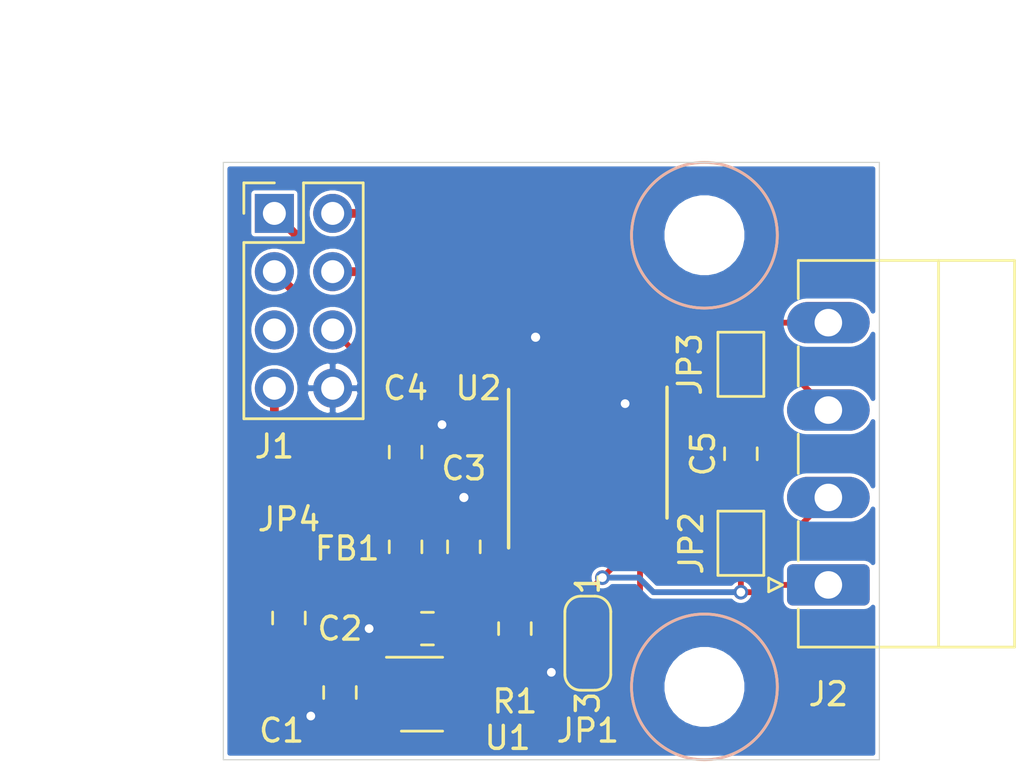
<source format=kicad_pcb>
(kicad_pcb (version 20171130) (host pcbnew "(5.1.9)-1")

  (general
    (thickness 1.6)
    (drawings 9)
    (tracks 127)
    (zones 0)
    (modules 17)
    (nets 18)
  )

  (page A4)
  (layers
    (0 F.Cu signal)
    (31 B.Cu signal)
    (32 B.Adhes user)
    (33 F.Adhes user)
    (34 B.Paste user)
    (35 F.Paste user)
    (36 B.SilkS user)
    (37 F.SilkS user)
    (38 B.Mask user)
    (39 F.Mask user)
    (40 Dwgs.User user)
    (41 Cmts.User user)
    (42 Eco1.User user)
    (43 Eco2.User user)
    (44 Edge.Cuts user)
    (45 Margin user)
    (46 B.CrtYd user)
    (47 F.CrtYd user)
    (48 B.Fab user hide)
    (49 F.Fab user hide)
  )

  (setup
    (last_trace_width 0.254)
    (user_trace_width 0.381)
    (trace_clearance 0.0508)
    (zone_clearance 0.1524)
    (zone_45_only no)
    (trace_min 0.1524)
    (via_size 0.8)
    (via_drill 0.4)
    (via_min_size 0.381)
    (via_min_drill 0.3048)
    (user_via 0.635 0.381)
    (uvia_size 0.3)
    (uvia_drill 0.1016)
    (uvias_allowed no)
    (uvia_min_size 0.2032)
    (uvia_min_drill 0.1016)
    (edge_width 0.05)
    (segment_width 0.2)
    (pcb_text_width 0.3)
    (pcb_text_size 1.5 1.5)
    (mod_edge_width 0.12)
    (mod_text_size 1 1)
    (mod_text_width 0.15)
    (pad_size 1.524 1.524)
    (pad_drill 0.762)
    (pad_to_mask_clearance 0.051)
    (solder_mask_min_width 0.25)
    (aux_axis_origin 0 0)
    (grid_origin 96.2025 83.185)
    (visible_elements 7FFFFFFF)
    (pcbplotparams
      (layerselection 0x010fc_ffffffff)
      (usegerberextensions false)
      (usegerberattributes false)
      (usegerberadvancedattributes false)
      (creategerberjobfile false)
      (excludeedgelayer true)
      (linewidth 0.100000)
      (plotframeref false)
      (viasonmask false)
      (mode 1)
      (useauxorigin false)
      (hpglpennumber 1)
      (hpglpenspeed 20)
      (hpglpendiameter 15.000000)
      (psnegative false)
      (psa4output false)
      (plotreference true)
      (plotvalue true)
      (plotinvisibletext false)
      (padsonsilk false)
      (subtractmaskfromsilk false)
      (outputformat 1)
      (mirror false)
      (drillshape 0)
      (scaleselection 1)
      (outputdirectory ""))
  )

  (net 0 "")
  (net 1 GND)
  (net 2 +5V)
  (net 3 +3V3)
  (net 4 /RTDIn-)
  (net 5 /RTDIn+)
  (net 6 /~DRDY)
  (net 7 /~CS)
  (net 8 /SDI)
  (net 9 /SDO)
  (net 10 /SCLK)
  (net 11 /Force+)
  (net 12 /Force-)
  (net 13 /Vdd)
  (net 14 /Force2)
  (net 15 /Ref-)
  (net 16 /Ref+)
  (net 17 /Vin)

  (net_class Default "This is the default net class."
    (clearance 0.0508)
    (trace_width 0.254)
    (via_dia 0.8)
    (via_drill 0.4)
    (uvia_dia 0.3)
    (uvia_drill 0.1016)
    (add_net +3V3)
    (add_net +5V)
    (add_net /Force+)
    (add_net /Force-)
    (add_net /Force2)
    (add_net /RTDIn+)
    (add_net /RTDIn-)
    (add_net /Ref+)
    (add_net /Ref-)
    (add_net /SCLK)
    (add_net /SDI)
    (add_net /SDO)
    (add_net /Vdd)
    (add_net /Vin)
    (add_net /~CS)
    (add_net /~DRDY)
    (add_net GND)
  )

  (module 0MiscParts:TSSOP-20_4.4x6.5mm_P0.65mm_MAX (layer F.Cu) (tedit 60269C0D) (tstamp 5F63B522)
    (at 112.0775 69.85 90)
    (descr "20-Lead Plastic Thin Shrink Small Outline (ST)-4.4 mm Body [TSSOP] (see Microchip Packaging Specification 00000049BS.pdf)")
    (tags "SSOP 0.65")
    (path /5F63FEB2)
    (attr smd)
    (fp_text reference U2 (at 2.8575 -4.7625 180) (layer F.SilkS)
      (effects (font (size 1 1) (thickness 0.15)))
    )
    (fp_text value MAX31865 (at 0 4.3 90) (layer F.Fab)
      (effects (font (size 1 1) (thickness 0.15)))
    )
    (fp_text user %R (at 0 0 90) (layer F.Fab)
      (effects (font (size 0.8 0.8) (thickness 0.15)))
    )
    (fp_line (start -4.1 -3.45) (end 2.8 -3.45) (layer F.SilkS) (width 0.15))
    (fp_line (start -2.8 3.45) (end 2.9 3.45) (layer F.SilkS) (width 0.15))
    (fp_line (start -4.5 3.55) (end 4.5 3.55) (layer F.CrtYd) (width 0.05))
    (fp_line (start -4.5 -3.55) (end 4.5 -3.55) (layer F.CrtYd) (width 0.05))
    (fp_line (start 4.5 -3.55) (end 4.5 3.55) (layer F.CrtYd) (width 0.05))
    (fp_line (start -4.5 -3.55) (end -4.5 3.55) (layer F.CrtYd) (width 0.05))
    (fp_line (start -2.75 3.25) (end -2.75 -2.25) (layer F.Fab) (width 0.15))
    (fp_line (start 2.75 3.25) (end -2.75 3.25) (layer F.Fab) (width 0.15))
    (fp_line (start 2.75 -3.25) (end 2.75 3.25) (layer F.Fab) (width 0.15))
    (fp_line (start -1.7 -3.25) (end 2.75 -3.25) (layer F.Fab) (width 0.15))
    (fp_line (start -1.7 -3.25) (end -2.75 -2.25) (layer F.Fab) (width 0.15))
    (pad 20 smd rect (at 3.425 -2.925 90) (size 1.4 0.35) (layers F.Cu F.Paste F.Mask))
    (pad 19 smd rect (at 3.425 -2.275 90) (size 1.4 0.35) (layers F.Cu F.Paste F.Mask)
      (net 1 GND))
    (pad 18 smd rect (at 3.425 -1.625 90) (size 1.4 0.35) (layers F.Cu F.Paste F.Mask)
      (net 1 GND))
    (pad 17 smd rect (at 3.425 -0.975 90) (size 1.4 0.35) (layers F.Cu F.Paste F.Mask)
      (net 9 /SDO))
    (pad 16 smd rect (at 3.425 -0.325 90) (size 1.4 0.35) (layers F.Cu F.Paste F.Mask)
      (net 7 /~CS))
    (pad 15 smd rect (at 3.425 0.325 90) (size 1.4 0.35) (layers F.Cu F.Paste F.Mask)
      (net 10 /SCLK))
    (pad 14 smd rect (at 3.425 0.975 90) (size 1.4 0.35) (layers F.Cu F.Paste F.Mask)
      (net 8 /SDI))
    (pad 13 smd rect (at 3.425 1.625 90) (size 1.4 0.35) (layers F.Cu F.Paste F.Mask)
      (net 1 GND))
    (pad 12 smd rect (at 3.425 2.275 90) (size 1.4 0.35) (layers F.Cu F.Paste F.Mask)
      (net 12 /Force-))
    (pad 11 smd rect (at 3.425 2.925 90) (size 1.4 0.35) (layers F.Cu F.Paste F.Mask)
      (net 4 /RTDIn-))
    (pad 10 smd rect (at -3.425 2.925 90) (size 1.4 0.35) (layers F.Cu F.Paste F.Mask)
      (net 5 /RTDIn+))
    (pad 9 smd rect (at -3.425 2.275 90) (size 1.4 0.35) (layers F.Cu F.Paste F.Mask)
      (net 14 /Force2))
    (pad 8 smd rect (at -3.425 1.625 90) (size 1.4 0.35) (layers F.Cu F.Paste F.Mask)
      (net 11 /Force+))
    (pad 7 smd rect (at -3.425 0.975 90) (size 1.4 0.35) (layers F.Cu F.Paste F.Mask)
      (net 15 /Ref-))
    (pad 6 smd rect (at -3.425 0.325 90) (size 1.4 0.35) (layers F.Cu F.Paste F.Mask)
      (net 15 /Ref-))
    (pad 5 smd rect (at -3.425 -0.325 90) (size 1.4 0.35) (layers F.Cu F.Paste F.Mask)
      (net 16 /Ref+))
    (pad 4 smd rect (at -3.425 -0.975 90) (size 1.4 0.35) (layers F.Cu F.Paste F.Mask)
      (net 16 /Ref+))
    (pad 3 smd rect (at -3.425 -1.625 90) (size 1.4 0.35) (layers F.Cu F.Paste F.Mask)
      (net 13 /Vdd))
    (pad 2 smd rect (at -3.425 -2.275 90) (size 1.4 0.35) (layers F.Cu F.Paste F.Mask)
      (net 3 +3V3))
    (pad 1 smd rect (at -3.425 -2.925 90) (size 1.4 0.35) (layers F.Cu F.Paste F.Mask)
      (net 6 /~DRDY))
    (model ${KISYS3DMOD}/Package_SO.3dshapes/TSSOP-20_4.4x6.5mm_P0.65mm.wrl
      (at (xyz 0 0 0))
      (scale (xyz 1 1 1))
      (rotate (xyz 0 0 0))
    )
  )

  (module Connector_Phoenix_MC:PhoenixContact_MC_1,5_4-G-3.81_1x04_P3.81mm_Horizontal (layer F.Cu) (tedit 5B784ED1) (tstamp 5F63B4A1)
    (at 122.555 75.565 90)
    (descr "Generic Phoenix Contact connector footprint for: MC_1,5/4-G-3.81; number of pins: 04; pin pitch: 3.81mm; Angled || order number: 1803293 8A 160V")
    (tags "phoenix_contact connector MC_01x04_G_3.81mm")
    (path /5F647F3D)
    (fp_text reference J2 (at -4.7625 0 180) (layer F.SilkS)
      (effects (font (size 1 1) (thickness 0.15)))
    )
    (fp_text value Conn_01x04_Female (at 5.72 9.2 90) (layer F.Fab)
      (effects (font (size 1 1) (thickness 0.15)))
    )
    (fp_line (start -2.71 -1.31) (end -2.71 8.11) (layer F.SilkS) (width 0.12))
    (fp_line (start -2.71 8.11) (end 14.14 8.11) (layer F.SilkS) (width 0.12))
    (fp_line (start 14.14 8.11) (end 14.14 -1.31) (layer F.SilkS) (width 0.12))
    (fp_line (start -2.71 -1.31) (end -1.05 -1.31) (layer F.SilkS) (width 0.12))
    (fp_line (start 14.14 -1.31) (end 12.48 -1.31) (layer F.SilkS) (width 0.12))
    (fp_line (start 1.05 -1.31) (end 2.76 -1.31) (layer F.SilkS) (width 0.12))
    (fp_line (start 4.86 -1.31) (end 6.57 -1.31) (layer F.SilkS) (width 0.12))
    (fp_line (start 8.67 -1.31) (end 10.38 -1.31) (layer F.SilkS) (width 0.12))
    (fp_line (start -2.6 -1.2) (end -2.6 8) (layer F.Fab) (width 0.1))
    (fp_line (start -2.6 8) (end 14.03 8) (layer F.Fab) (width 0.1))
    (fp_line (start 14.03 8) (end 14.03 -1.2) (layer F.Fab) (width 0.1))
    (fp_line (start 14.03 -1.2) (end -2.6 -1.2) (layer F.Fab) (width 0.1))
    (fp_line (start -2.71 4.8) (end 14.14 4.8) (layer F.SilkS) (width 0.12))
    (fp_line (start -3.21 -2.3) (end -3.21 8.5) (layer F.CrtYd) (width 0.05))
    (fp_line (start -3.21 8.5) (end 14.53 8.5) (layer F.CrtYd) (width 0.05))
    (fp_line (start 14.53 8.5) (end 14.53 -2.3) (layer F.CrtYd) (width 0.05))
    (fp_line (start 14.53 -2.3) (end -3.21 -2.3) (layer F.CrtYd) (width 0.05))
    (fp_line (start 0.3 -2.6) (end 0 -2) (layer F.SilkS) (width 0.12))
    (fp_line (start 0 -2) (end -0.3 -2.6) (layer F.SilkS) (width 0.12))
    (fp_line (start -0.3 -2.6) (end 0.3 -2.6) (layer F.SilkS) (width 0.12))
    (fp_line (start 0.8 -1.2) (end 0 0) (layer F.Fab) (width 0.1))
    (fp_line (start 0 0) (end -0.8 -1.2) (layer F.Fab) (width 0.1))
    (fp_text user %R (at 5.72 -0.5 90) (layer F.Fab)
      (effects (font (size 1 1) (thickness 0.15)))
    )
    (pad 4 thru_hole oval (at 11.43 0 90) (size 1.8 3.6) (drill 1.2) (layers *.Cu *.Mask)
      (net 12 /Force-))
    (pad 3 thru_hole oval (at 7.62 0 90) (size 1.8 3.6) (drill 1.2) (layers *.Cu *.Mask)
      (net 4 /RTDIn-))
    (pad 2 thru_hole oval (at 3.81 0 90) (size 1.8 3.6) (drill 1.2) (layers *.Cu *.Mask)
      (net 5 /RTDIn+))
    (pad 1 thru_hole roundrect (at 0 0 90) (size 1.8 3.6) (drill 1.2) (layers *.Cu *.Mask) (roundrect_rratio 0.138889)
      (net 11 /Force+))
    (model ${KISYS3DMOD}/Connector_Phoenix_MC.3dshapes/PhoenixContact_MC_1,5_4-G-3.81_1x04_P3.81mm_Horizontal.wrl
      (at (xyz 0 0 0))
      (scale (xyz 1 1 1))
      (rotate (xyz 0 0 0))
    )
  )

  (module 0MiscParts:Jumper_0805_3 (layer F.Cu) (tedit 5FB8D8C2) (tstamp 5FB93E40)
    (at 99.06 77.0075 90)
    (descr "Resistor SMD 0805 (2012 Metric), square (rectangular) end terminal, IPC_7351 nominal with elongated pad for handsoldering. (Body size source: https://docs.google.com/spreadsheets/d/1BsfQQcO9C6DZCsRaXUlFlo91Tg2WpOkGARC1WS5S8t0/edit?usp=sharing), generated with kicad-footprint-generator")
    (tags "resistor handsolder")
    (path /5FDE2EB6)
    (attr smd)
    (fp_text reference JP4 (at 4.3 0 180) (layer F.SilkS)
      (effects (font (size 1 1) (thickness 0.15)))
    )
    (fp_text value SolderJumper_3_Open (at 0 2.54 90) (layer F.Fab)
      (effects (font (size 1 1) (thickness 0.15)))
    )
    (fp_line (start -2.794 0.6) (end -2.794 -0.6) (layer F.Fab) (width 0.1))
    (fp_line (start -2.794 -0.6) (end 2.921 -0.6) (layer F.Fab) (width 0.1))
    (fp_line (start 2.921 -0.6) (end 2.921 0.6) (layer F.Fab) (width 0.1))
    (fp_line (start 2.921 0.6) (end -2.794 0.6) (layer F.Fab) (width 0.1))
    (fp_line (start -0.261252 -0.71) (end 0.261252 -0.71) (layer F.SilkS) (width 0.12))
    (fp_line (start -0.261252 0.71) (end 0.261252 0.71) (layer F.SilkS) (width 0.12))
    (fp_line (start -3.175 0.95) (end -3.175 -0.95) (layer F.CrtYd) (width 0.05))
    (fp_line (start -3.175 -0.95) (end 3.302 -0.95) (layer F.CrtYd) (width 0.05))
    (fp_line (start 3.302 -0.95) (end 3.302 0.95) (layer F.CrtYd) (width 0.05))
    (fp_line (start 3.302 0.95) (end -3.175 0.95) (layer F.CrtYd) (width 0.05))
    (pad 3 smd roundrect (at 2.05 0 90) (size 1.15 1.4) (layers F.Cu F.Paste F.Mask) (roundrect_rratio 0.217)
      (net 3 +3V3))
    (pad 2 smd roundrect (at 0 0 90) (size 1.15 1.4) (layers F.Cu F.Paste F.Mask) (roundrect_rratio 0.217)
      (net 17 /Vin))
    (pad 1 smd roundrect (at -2.05 0 90) (size 1.15 1.4) (layers F.Cu F.Paste F.Mask) (roundrect_rratio 0.217)
      (net 2 +5V))
    (model ${KISYS3DMOD}/Resistor_SMD.3dshapes/R_0805_2012Metric.wrl
      (at (xyz 0 0 0))
      (scale (xyz 1 1 1))
      (rotate (xyz 0 0 0))
    )
  )

  (module Connector_PinHeader_2.54mm:PinHeader_2x04_P2.54mm_Vertical (layer F.Cu) (tedit 59FED5CC) (tstamp 5FB78D6E)
    (at 98.425 59.3725)
    (descr "Through hole straight pin header, 2x04, 2.54mm pitch, double rows")
    (tags "Through hole pin header THT 2x04 2.54mm double row")
    (path /5FBA64C5)
    (fp_text reference J1 (at 0 10.16) (layer F.SilkS)
      (effects (font (size 1 1) (thickness 0.15)))
    )
    (fp_text value Conn_02x04_Odd_Even (at 1.27 9.95) (layer F.Fab)
      (effects (font (size 1 1) (thickness 0.15)))
    )
    (fp_line (start 0 -1.27) (end 3.81 -1.27) (layer F.Fab) (width 0.1))
    (fp_line (start 3.81 -1.27) (end 3.81 8.89) (layer F.Fab) (width 0.1))
    (fp_line (start 3.81 8.89) (end -1.27 8.89) (layer F.Fab) (width 0.1))
    (fp_line (start -1.27 8.89) (end -1.27 0) (layer F.Fab) (width 0.1))
    (fp_line (start -1.27 0) (end 0 -1.27) (layer F.Fab) (width 0.1))
    (fp_line (start -1.33 8.95) (end 3.87 8.95) (layer F.SilkS) (width 0.12))
    (fp_line (start -1.33 1.27) (end -1.33 8.95) (layer F.SilkS) (width 0.12))
    (fp_line (start 3.87 -1.33) (end 3.87 8.95) (layer F.SilkS) (width 0.12))
    (fp_line (start -1.33 1.27) (end 1.27 1.27) (layer F.SilkS) (width 0.12))
    (fp_line (start 1.27 1.27) (end 1.27 -1.33) (layer F.SilkS) (width 0.12))
    (fp_line (start 1.27 -1.33) (end 3.87 -1.33) (layer F.SilkS) (width 0.12))
    (fp_line (start -1.33 0) (end -1.33 -1.33) (layer F.SilkS) (width 0.12))
    (fp_line (start -1.33 -1.33) (end 0 -1.33) (layer F.SilkS) (width 0.12))
    (fp_line (start -1.8 -1.8) (end -1.8 9.4) (layer F.CrtYd) (width 0.05))
    (fp_line (start -1.8 9.4) (end 4.35 9.4) (layer F.CrtYd) (width 0.05))
    (fp_line (start 4.35 9.4) (end 4.35 -1.8) (layer F.CrtYd) (width 0.05))
    (fp_line (start 4.35 -1.8) (end -1.8 -1.8) (layer F.CrtYd) (width 0.05))
    (fp_text user %R (at 1.27 3.81 90) (layer F.Fab)
      (effects (font (size 1 1) (thickness 0.15)))
    )
    (pad 8 thru_hole oval (at 2.54 7.62) (size 1.7 1.7) (drill 1) (layers *.Cu *.Mask)
      (net 1 GND))
    (pad 7 thru_hole oval (at 0 7.62) (size 1.7 1.7) (drill 1) (layers *.Cu *.Mask)
      (net 17 /Vin))
    (pad 6 thru_hole oval (at 2.54 5.08) (size 1.7 1.7) (drill 1) (layers *.Cu *.Mask)
      (net 6 /~DRDY))
    (pad 5 thru_hole oval (at 0 5.08) (size 1.7 1.7) (drill 1) (layers *.Cu *.Mask))
    (pad 4 thru_hole oval (at 2.54 2.54) (size 1.7 1.7) (drill 1) (layers *.Cu *.Mask)
      (net 9 /SDO))
    (pad 3 thru_hole oval (at 0 2.54) (size 1.7 1.7) (drill 1) (layers *.Cu *.Mask)
      (net 8 /SDI))
    (pad 2 thru_hole oval (at 2.54 0) (size 1.7 1.7) (drill 1) (layers *.Cu *.Mask)
      (net 10 /SCLK))
    (pad 1 thru_hole rect (at 0 0) (size 1.7 1.7) (drill 1) (layers *.Cu *.Mask)
      (net 7 /~CS))
    (model ${KISYS3DMOD}/Connector_PinHeader_2.54mm.3dshapes/PinHeader_2x04_P2.54mm_Vertical.wrl
      (at (xyz 0 0 0))
      (scale (xyz 1 1 1))
      (rotate (xyz 0 0 0))
    )
  )

  (module "0MiscParts:MountingHole _1-8_1-4" (layer F.Cu) (tedit 5E4292CA) (tstamp 5F6499D7)
    (at 117.1575 80.01)
    (path /5F6A6BB5)
    (fp_text reference H2 (at 0 2.032) (layer F.Fab)
      (effects (font (size 1 1) (thickness 0.15)))
    )
    (fp_text value MountingHole (at 0 -2.032) (layer F.Fab)
      (effects (font (size 1 1) (thickness 0.15)))
    )
    (fp_circle (center 0 0) (end 3.175 0) (layer F.SilkS) (width 0.12))
    (fp_circle (center 0 0) (end 3.175 0) (layer B.SilkS) (width 0.12))
    (pad "" np_thru_hole circle (at 0 0) (size 3.175 3.175) (drill 3.175) (layers *.Cu *.Mask))
  )

  (module "0MiscParts:MountingHole _1-8_1-4" (layer F.Cu) (tedit 5E4292CA) (tstamp 5F6499D0)
    (at 117.1575 60.325)
    (path /5F6A66BE)
    (fp_text reference H1 (at 0 2.032) (layer F.Fab)
      (effects (font (size 1 1) (thickness 0.15)))
    )
    (fp_text value MountingHole (at 0 -2.032) (layer F.Fab)
      (effects (font (size 1 1) (thickness 0.15)))
    )
    (fp_circle (center 0 0) (end 3.175 0) (layer F.SilkS) (width 0.12))
    (fp_circle (center 0 0) (end 3.175 0) (layer B.SilkS) (width 0.12))
    (pad "" np_thru_hole circle (at 0 0) (size 3.175 3.175) (drill 3.175) (layers *.Cu *.Mask))
  )

  (module Jumper:SolderJumper-3_P1.3mm_Open_RoundedPad1.0x1.5mm_NumberLabels (layer F.Cu) (tedit 5B391ED1) (tstamp 5F63B4B5)
    (at 112.0775 78.105 270)
    (descr "SMD Solder 3-pad Jumper, 1x1.5mm rounded Pads, 0.3mm gap, open, labeled with numbers")
    (tags "solder jumper open")
    (path /5F65783A)
    (attr virtual)
    (fp_text reference JP1 (at 3.81 0 180) (layer F.SilkS)
      (effects (font (size 1 1) (thickness 0.15)))
    )
    (fp_text value ~ (at 0 1.9 90) (layer F.Fab)
      (effects (font (size 1 1) (thickness 0.15)))
    )
    (fp_line (start -2.05 0.3) (end -2.05 -0.3) (layer F.SilkS) (width 0.12))
    (fp_line (start 1.4 1) (end -1.4 1) (layer F.SilkS) (width 0.12))
    (fp_line (start 2.05 -0.3) (end 2.05 0.3) (layer F.SilkS) (width 0.12))
    (fp_line (start -1.4 -1) (end 1.4 -1) (layer F.SilkS) (width 0.12))
    (fp_line (start -2.3 -1.25) (end 2.3 -1.25) (layer F.CrtYd) (width 0.05))
    (fp_line (start -2.3 -1.25) (end -2.3 1.25) (layer F.CrtYd) (width 0.05))
    (fp_line (start 2.3 1.25) (end 2.3 -1.25) (layer F.CrtYd) (width 0.05))
    (fp_line (start 2.3 1.25) (end -2.3 1.25) (layer F.CrtYd) (width 0.05))
    (fp_arc (start -1.35 -0.3) (end -1.35 -1) (angle -90) (layer F.SilkS) (width 0.12))
    (fp_arc (start -1.35 0.3) (end -2.05 0.3) (angle -90) (layer F.SilkS) (width 0.12))
    (fp_arc (start 1.35 0.3) (end 1.35 1) (angle -90) (layer F.SilkS) (width 0.12))
    (fp_arc (start 1.35 -0.3) (end 2.05 -0.3) (angle -90) (layer F.SilkS) (width 0.12))
    (fp_text user 1 (at -2.6 0 90) (layer F.SilkS)
      (effects (font (size 1 1) (thickness 0.15)))
    )
    (fp_text user 3 (at 2.6 0 90) (layer F.SilkS)
      (effects (font (size 1 1) (thickness 0.15)))
    )
    (pad 2 smd rect (at 0 0 270) (size 1 1.5) (layers F.Cu F.Mask)
      (net 14 /Force2))
    (pad 3 smd custom (at 1.3 0 270) (size 1 0.5) (layers F.Cu F.Mask)
      (net 1 GND) (zone_connect 2)
      (options (clearance outline) (anchor rect))
      (primitives
        (gr_circle (center 0 0.25) (end 0.5 0.25) (width 0))
        (gr_circle (center 0 -0.25) (end 0.5 -0.25) (width 0))
        (gr_poly (pts
           (xy -0.55 -0.75) (xy 0 -0.75) (xy 0 0.75) (xy -0.55 0.75)) (width 0))
      ))
    (pad 1 smd custom (at -1.3 0 270) (size 1 0.5) (layers F.Cu F.Mask)
      (net 11 /Force+) (zone_connect 2)
      (options (clearance outline) (anchor rect))
      (primitives
        (gr_circle (center 0 0.25) (end 0.5 0.25) (width 0))
        (gr_circle (center 0 -0.25) (end 0.5 -0.25) (width 0))
        (gr_poly (pts
           (xy 0.55 -0.75) (xy 0 -0.75) (xy 0 0.75) (xy 0.55 0.75)) (width 0))
      ))
  )

  (module Package_TO_SOT_SMD:SOT-23-5_HandSoldering (layer F.Cu) (tedit 5A0AB76C) (tstamp 5F63B4F7)
    (at 104.855 80.3275)
    (descr "5-pin SOT23 package")
    (tags "SOT-23-5 hand-soldering")
    (path /5F688C71)
    (attr smd)
    (fp_text reference U1 (at 3.73 1.905) (layer F.SilkS)
      (effects (font (size 1 1) (thickness 0.15)))
    )
    (fp_text value MIC5225 (at 0 2.9) (layer F.Fab)
      (effects (font (size 1 1) (thickness 0.15)))
    )
    (fp_line (start -0.9 1.61) (end 0.9 1.61) (layer F.SilkS) (width 0.12))
    (fp_line (start 0.9 -1.61) (end -1.55 -1.61) (layer F.SilkS) (width 0.12))
    (fp_line (start -0.9 -0.9) (end -0.25 -1.55) (layer F.Fab) (width 0.1))
    (fp_line (start 0.9 -1.55) (end -0.25 -1.55) (layer F.Fab) (width 0.1))
    (fp_line (start -0.9 -0.9) (end -0.9 1.55) (layer F.Fab) (width 0.1))
    (fp_line (start 0.9 1.55) (end -0.9 1.55) (layer F.Fab) (width 0.1))
    (fp_line (start 0.9 -1.55) (end 0.9 1.55) (layer F.Fab) (width 0.1))
    (fp_line (start -2.38 -1.8) (end 2.38 -1.8) (layer F.CrtYd) (width 0.05))
    (fp_line (start -2.38 -1.8) (end -2.38 1.8) (layer F.CrtYd) (width 0.05))
    (fp_line (start 2.38 1.8) (end 2.38 -1.8) (layer F.CrtYd) (width 0.05))
    (fp_line (start 2.38 1.8) (end -2.38 1.8) (layer F.CrtYd) (width 0.05))
    (fp_text user %R (at 0 0 90) (layer F.Fab)
      (effects (font (size 0.5 0.5) (thickness 0.075)))
    )
    (pad 5 smd rect (at 1.35 -0.95) (size 1.56 0.65) (layers F.Cu F.Paste F.Mask)
      (net 3 +3V3))
    (pad 4 smd rect (at 1.35 0.95) (size 1.56 0.65) (layers F.Cu F.Paste F.Mask))
    (pad 3 smd rect (at -1.35 0.95) (size 1.56 0.65) (layers F.Cu F.Paste F.Mask)
      (net 2 +5V))
    (pad 2 smd rect (at -1.35 0) (size 1.56 0.65) (layers F.Cu F.Paste F.Mask)
      (net 1 GND))
    (pad 1 smd rect (at -1.35 -0.95) (size 1.56 0.65) (layers F.Cu F.Paste F.Mask)
      (net 2 +5V))
    (model ${KISYS3DMOD}/Package_TO_SOT_SMD.3dshapes/SOT-23-5.wrl
      (at (xyz 0 0 0))
      (scale (xyz 1 1 1))
      (rotate (xyz 0 0 0))
    )
  )

  (module Resistor_SMD:R_0805_2012Metric_Pad1.15x1.40mm_HandSolder (layer F.Cu) (tedit 5B36C52B) (tstamp 5F63B4E2)
    (at 108.9025 77.47 270)
    (descr "Resistor SMD 0805 (2012 Metric), square (rectangular) end terminal, IPC_7351 nominal with elongated pad for handsoldering. (Body size source: https://docs.google.com/spreadsheets/d/1BsfQQcO9C6DZCsRaXUlFlo91Tg2WpOkGARC1WS5S8t0/edit?usp=sharing), generated with kicad-footprint-generator")
    (tags "resistor handsolder")
    (path /5F64161D)
    (attr smd)
    (fp_text reference R1 (at 3.175 0 180) (layer F.SilkS)
      (effects (font (size 1 1) (thickness 0.15)))
    )
    (fp_text value R (at 0 1.65 90) (layer F.Fab)
      (effects (font (size 1 1) (thickness 0.15)))
    )
    (fp_line (start -1 0.6) (end -1 -0.6) (layer F.Fab) (width 0.1))
    (fp_line (start -1 -0.6) (end 1 -0.6) (layer F.Fab) (width 0.1))
    (fp_line (start 1 -0.6) (end 1 0.6) (layer F.Fab) (width 0.1))
    (fp_line (start 1 0.6) (end -1 0.6) (layer F.Fab) (width 0.1))
    (fp_line (start -0.261252 -0.71) (end 0.261252 -0.71) (layer F.SilkS) (width 0.12))
    (fp_line (start -0.261252 0.71) (end 0.261252 0.71) (layer F.SilkS) (width 0.12))
    (fp_line (start -1.85 0.95) (end -1.85 -0.95) (layer F.CrtYd) (width 0.05))
    (fp_line (start -1.85 -0.95) (end 1.85 -0.95) (layer F.CrtYd) (width 0.05))
    (fp_line (start 1.85 -0.95) (end 1.85 0.95) (layer F.CrtYd) (width 0.05))
    (fp_line (start 1.85 0.95) (end -1.85 0.95) (layer F.CrtYd) (width 0.05))
    (fp_text user %R (at 0 0 90) (layer F.Fab)
      (effects (font (size 0.5 0.5) (thickness 0.08)))
    )
    (pad 2 smd roundrect (at 1.025 0 270) (size 1.15 1.4) (layers F.Cu F.Paste F.Mask) (roundrect_rratio 0.217391)
      (net 15 /Ref-))
    (pad 1 smd roundrect (at -1.025 0 270) (size 1.15 1.4) (layers F.Cu F.Paste F.Mask) (roundrect_rratio 0.217391)
      (net 16 /Ref+))
    (model ${KISYS3DMOD}/Resistor_SMD.3dshapes/R_0805_2012Metric.wrl
      (at (xyz 0 0 0))
      (scale (xyz 1 1 1))
      (rotate (xyz 0 0 0))
    )
  )

  (module Jumper:SolderJumper-2_P1.3mm_Open_TrianglePad1.0x1.5mm (layer F.Cu) (tedit 5A64794F) (tstamp 5F63B4D1)
    (at 118.745 65.95 90)
    (descr "SMD Solder Jumper, 1x1.5mm Triangular Pads, 0.3mm gap, open")
    (tags "solder jumper open")
    (path /5F64456B)
    (attr virtual)
    (fp_text reference JP3 (at 0 -2.2225 90) (layer F.SilkS)
      (effects (font (size 1 1) (thickness 0.15)))
    )
    (fp_text value ~ (at 0 1.9 90) (layer F.Fab)
      (effects (font (size 1 1) (thickness 0.15)))
    )
    (fp_line (start -1.4 1) (end -1.4 -1) (layer F.SilkS) (width 0.12))
    (fp_line (start 1.4 1) (end -1.4 1) (layer F.SilkS) (width 0.12))
    (fp_line (start 1.4 -1) (end 1.4 1) (layer F.SilkS) (width 0.12))
    (fp_line (start -1.4 -1) (end 1.4 -1) (layer F.SilkS) (width 0.12))
    (fp_line (start -1.65 -1.25) (end 1.65 -1.25) (layer F.CrtYd) (width 0.05))
    (fp_line (start -1.65 -1.25) (end -1.65 1.25) (layer F.CrtYd) (width 0.05))
    (fp_line (start 1.65 1.25) (end 1.65 -1.25) (layer F.CrtYd) (width 0.05))
    (fp_line (start 1.65 1.25) (end -1.65 1.25) (layer F.CrtYd) (width 0.05))
    (pad 1 smd custom (at -0.725 0 90) (size 0.3 0.3) (layers F.Cu F.Mask)
      (net 4 /RTDIn-) (zone_connect 2)
      (options (clearance outline) (anchor rect))
      (primitives
        (gr_poly (pts
           (xy -0.5 -0.75) (xy 0.5 -0.75) (xy 1 0) (xy 0.5 0.75) (xy -0.5 0.75)
) (width 0))
      ))
    (pad 2 smd custom (at 0.725 0 90) (size 0.3 0.3) (layers F.Cu F.Mask)
      (net 12 /Force-) (zone_connect 2)
      (options (clearance outline) (anchor rect))
      (primitives
        (gr_poly (pts
           (xy -0.65 -0.75) (xy 0.5 -0.75) (xy 0.5 0.75) (xy -0.65 0.75) (xy -0.15 0)
) (width 0))
      ))
  )

  (module Jumper:SolderJumper-2_P1.3mm_Open_TrianglePad1.0x1.5mm (layer F.Cu) (tedit 5A64794F) (tstamp 5F63B4C3)
    (at 118.745 73.75 90)
    (descr "SMD Solder Jumper, 1x1.5mm Triangular Pads, 0.3mm gap, open")
    (tags "solder jumper open")
    (path /5F643CE7)
    (attr virtual)
    (fp_text reference JP2 (at 0 -2.1625 90) (layer F.SilkS)
      (effects (font (size 1 1) (thickness 0.15)))
    )
    (fp_text value ~ (at 0 1.9 90) (layer F.Fab)
      (effects (font (size 1 1) (thickness 0.15)))
    )
    (fp_line (start -1.4 1) (end -1.4 -1) (layer F.SilkS) (width 0.12))
    (fp_line (start 1.4 1) (end -1.4 1) (layer F.SilkS) (width 0.12))
    (fp_line (start 1.4 -1) (end 1.4 1) (layer F.SilkS) (width 0.12))
    (fp_line (start -1.4 -1) (end 1.4 -1) (layer F.SilkS) (width 0.12))
    (fp_line (start -1.65 -1.25) (end 1.65 -1.25) (layer F.CrtYd) (width 0.05))
    (fp_line (start -1.65 -1.25) (end -1.65 1.25) (layer F.CrtYd) (width 0.05))
    (fp_line (start 1.65 1.25) (end 1.65 -1.25) (layer F.CrtYd) (width 0.05))
    (fp_line (start 1.65 1.25) (end -1.65 1.25) (layer F.CrtYd) (width 0.05))
    (pad 1 smd custom (at -0.725 0 90) (size 0.3 0.3) (layers F.Cu F.Mask)
      (net 11 /Force+) (zone_connect 2)
      (options (clearance outline) (anchor rect))
      (primitives
        (gr_poly (pts
           (xy -0.5 -0.75) (xy 0.5 -0.75) (xy 1 0) (xy 0.5 0.75) (xy -0.5 0.75)
) (width 0))
      ))
    (pad 2 smd custom (at 0.725 0 90) (size 0.3 0.3) (layers F.Cu F.Mask)
      (net 5 /RTDIn+) (zone_connect 2)
      (options (clearance outline) (anchor rect))
      (primitives
        (gr_poly (pts
           (xy -0.65 -0.75) (xy 0.5 -0.75) (xy 0.5 0.75) (xy -0.65 0.75) (xy -0.15 0)
) (width 0))
      ))
  )

  (module Inductor_SMD:L_0805_2012Metric_Pad1.15x1.40mm_HandSolder (layer F.Cu) (tedit 5B36C52B) (tstamp 5F63B478)
    (at 104.14 73.905 90)
    (descr "Capacitor SMD 0805 (2012 Metric), square (rectangular) end terminal, IPC_7351 nominal with elongated pad for handsoldering. (Body size source: https://docs.google.com/spreadsheets/d/1BsfQQcO9C6DZCsRaXUlFlo91Tg2WpOkGARC1WS5S8t0/edit?usp=sharing), generated with kicad-footprint-generator")
    (tags "inductor handsolder")
    (path /5F64FC2E)
    (attr smd)
    (fp_text reference FB1 (at -0.0725 -2.54 180) (layer F.SilkS)
      (effects (font (size 1 1) (thickness 0.15)))
    )
    (fp_text value Ferrite_Bead (at 0 1.65 90) (layer F.Fab)
      (effects (font (size 1 1) (thickness 0.15)))
    )
    (fp_line (start -1 0.6) (end -1 -0.6) (layer F.Fab) (width 0.1))
    (fp_line (start -1 -0.6) (end 1 -0.6) (layer F.Fab) (width 0.1))
    (fp_line (start 1 -0.6) (end 1 0.6) (layer F.Fab) (width 0.1))
    (fp_line (start 1 0.6) (end -1 0.6) (layer F.Fab) (width 0.1))
    (fp_line (start -0.261252 -0.71) (end 0.261252 -0.71) (layer F.SilkS) (width 0.12))
    (fp_line (start -0.261252 0.71) (end 0.261252 0.71) (layer F.SilkS) (width 0.12))
    (fp_line (start -1.85 0.95) (end -1.85 -0.95) (layer F.CrtYd) (width 0.05))
    (fp_line (start -1.85 -0.95) (end 1.85 -0.95) (layer F.CrtYd) (width 0.05))
    (fp_line (start 1.85 -0.95) (end 1.85 0.95) (layer F.CrtYd) (width 0.05))
    (fp_line (start 1.85 0.95) (end -1.85 0.95) (layer F.CrtYd) (width 0.05))
    (fp_text user %R (at 0 0 90) (layer F.Fab)
      (effects (font (size 0.5 0.5) (thickness 0.08)))
    )
    (pad 2 smd roundrect (at 1.025 0 90) (size 1.15 1.4) (layers F.Cu F.Paste F.Mask) (roundrect_rratio 0.217391)
      (net 13 /Vdd))
    (pad 1 smd roundrect (at -1.025 0 90) (size 1.15 1.4) (layers F.Cu F.Paste F.Mask) (roundrect_rratio 0.217391)
      (net 3 +3V3))
    (model ${KISYS3DMOD}/Inductor_SMD.3dshapes/L_0805_2012Metric.wrl
      (at (xyz 0 0 0))
      (scale (xyz 1 1 1))
      (rotate (xyz 0 0 0))
    )
  )

  (module Capacitor_SMD:C_0805_2012Metric_Pad1.15x1.40mm_HandSolder (layer F.Cu) (tedit 5B36C52B) (tstamp 5F63B467)
    (at 118.745 69.85 90)
    (descr "Capacitor SMD 0805 (2012 Metric), square (rectangular) end terminal, IPC_7351 nominal with elongated pad for handsoldering. (Body size source: https://docs.google.com/spreadsheets/d/1BsfQQcO9C6DZCsRaXUlFlo91Tg2WpOkGARC1WS5S8t0/edit?usp=sharing), generated with kicad-footprint-generator")
    (tags "capacitor handsolder")
    (path /5F64BC5A)
    (attr smd)
    (fp_text reference C5 (at 0 -1.65 90) (layer F.SilkS)
      (effects (font (size 1 1) (thickness 0.15)))
    )
    (fp_text value .1uf (at 0 1.65 90) (layer F.Fab)
      (effects (font (size 1 1) (thickness 0.15)))
    )
    (fp_line (start -1 0.6) (end -1 -0.6) (layer F.Fab) (width 0.1))
    (fp_line (start -1 -0.6) (end 1 -0.6) (layer F.Fab) (width 0.1))
    (fp_line (start 1 -0.6) (end 1 0.6) (layer F.Fab) (width 0.1))
    (fp_line (start 1 0.6) (end -1 0.6) (layer F.Fab) (width 0.1))
    (fp_line (start -0.261252 -0.71) (end 0.261252 -0.71) (layer F.SilkS) (width 0.12))
    (fp_line (start -0.261252 0.71) (end 0.261252 0.71) (layer F.SilkS) (width 0.12))
    (fp_line (start -1.85 0.95) (end -1.85 -0.95) (layer F.CrtYd) (width 0.05))
    (fp_line (start -1.85 -0.95) (end 1.85 -0.95) (layer F.CrtYd) (width 0.05))
    (fp_line (start 1.85 -0.95) (end 1.85 0.95) (layer F.CrtYd) (width 0.05))
    (fp_line (start 1.85 0.95) (end -1.85 0.95) (layer F.CrtYd) (width 0.05))
    (fp_text user %R (at 0 0 90) (layer F.Fab)
      (effects (font (size 0.5 0.5) (thickness 0.08)))
    )
    (pad 2 smd roundrect (at 1.025 0 90) (size 1.15 1.4) (layers F.Cu F.Paste F.Mask) (roundrect_rratio 0.217391)
      (net 4 /RTDIn-))
    (pad 1 smd roundrect (at -1.025 0 90) (size 1.15 1.4) (layers F.Cu F.Paste F.Mask) (roundrect_rratio 0.217391)
      (net 5 /RTDIn+))
    (model ${KISYS3DMOD}/Capacitor_SMD.3dshapes/C_0805_2012Metric.wrl
      (at (xyz 0 0 0))
      (scale (xyz 1 1 1))
      (rotate (xyz 0 0 0))
    )
  )

  (module Capacitor_SMD:C_0805_2012Metric_Pad1.15x1.40mm_HandSolder (layer F.Cu) (tedit 5B36C52B) (tstamp 5F63B456)
    (at 104.14 69.7775 270)
    (descr "Capacitor SMD 0805 (2012 Metric), square (rectangular) end terminal, IPC_7351 nominal with elongated pad for handsoldering. (Body size source: https://docs.google.com/spreadsheets/d/1BsfQQcO9C6DZCsRaXUlFlo91Tg2WpOkGARC1WS5S8t0/edit?usp=sharing), generated with kicad-footprint-generator")
    (tags "capacitor handsolder")
    (path /5F64F172)
    (attr smd)
    (fp_text reference C4 (at -2.785 0 180) (layer F.SilkS)
      (effects (font (size 1 1) (thickness 0.15)))
    )
    (fp_text value .1uf (at 0 1.65 90) (layer F.Fab)
      (effects (font (size 1 1) (thickness 0.15)))
    )
    (fp_line (start -1 0.6) (end -1 -0.6) (layer F.Fab) (width 0.1))
    (fp_line (start -1 -0.6) (end 1 -0.6) (layer F.Fab) (width 0.1))
    (fp_line (start 1 -0.6) (end 1 0.6) (layer F.Fab) (width 0.1))
    (fp_line (start 1 0.6) (end -1 0.6) (layer F.Fab) (width 0.1))
    (fp_line (start -0.261252 -0.71) (end 0.261252 -0.71) (layer F.SilkS) (width 0.12))
    (fp_line (start -0.261252 0.71) (end 0.261252 0.71) (layer F.SilkS) (width 0.12))
    (fp_line (start -1.85 0.95) (end -1.85 -0.95) (layer F.CrtYd) (width 0.05))
    (fp_line (start -1.85 -0.95) (end 1.85 -0.95) (layer F.CrtYd) (width 0.05))
    (fp_line (start 1.85 -0.95) (end 1.85 0.95) (layer F.CrtYd) (width 0.05))
    (fp_line (start 1.85 0.95) (end -1.85 0.95) (layer F.CrtYd) (width 0.05))
    (fp_text user %R (at 0 0 90) (layer F.Fab)
      (effects (font (size 0.5 0.5) (thickness 0.08)))
    )
    (pad 2 smd roundrect (at 1.025 0 270) (size 1.15 1.4) (layers F.Cu F.Paste F.Mask) (roundrect_rratio 0.217391)
      (net 13 /Vdd))
    (pad 1 smd roundrect (at -1.025 0 270) (size 1.15 1.4) (layers F.Cu F.Paste F.Mask) (roundrect_rratio 0.217391)
      (net 1 GND))
    (model ${KISYS3DMOD}/Capacitor_SMD.3dshapes/C_0805_2012Metric.wrl
      (at (xyz 0 0 0))
      (scale (xyz 1 1 1))
      (rotate (xyz 0 0 0))
    )
  )

  (module Capacitor_SMD:C_0805_2012Metric_Pad1.15x1.40mm_HandSolder (layer F.Cu) (tedit 5B36C52B) (tstamp 5F63B445)
    (at 106.68 73.905 90)
    (descr "Capacitor SMD 0805 (2012 Metric), square (rectangular) end terminal, IPC_7351 nominal with elongated pad for handsoldering. (Body size source: https://docs.google.com/spreadsheets/d/1BsfQQcO9C6DZCsRaXUlFlo91Tg2WpOkGARC1WS5S8t0/edit?usp=sharing), generated with kicad-footprint-generator")
    (tags "capacitor handsolder")
    (path /5F64F6B9)
    (attr smd)
    (fp_text reference C3 (at 3.42 0) (layer F.SilkS)
      (effects (font (size 1 1) (thickness 0.15)))
    )
    (fp_text value .1uf (at 0 1.65 90) (layer F.Fab)
      (effects (font (size 1 1) (thickness 0.15)))
    )
    (fp_line (start -1 0.6) (end -1 -0.6) (layer F.Fab) (width 0.1))
    (fp_line (start -1 -0.6) (end 1 -0.6) (layer F.Fab) (width 0.1))
    (fp_line (start 1 -0.6) (end 1 0.6) (layer F.Fab) (width 0.1))
    (fp_line (start 1 0.6) (end -1 0.6) (layer F.Fab) (width 0.1))
    (fp_line (start -0.261252 -0.71) (end 0.261252 -0.71) (layer F.SilkS) (width 0.12))
    (fp_line (start -0.261252 0.71) (end 0.261252 0.71) (layer F.SilkS) (width 0.12))
    (fp_line (start -1.85 0.95) (end -1.85 -0.95) (layer F.CrtYd) (width 0.05))
    (fp_line (start -1.85 -0.95) (end 1.85 -0.95) (layer F.CrtYd) (width 0.05))
    (fp_line (start 1.85 -0.95) (end 1.85 0.95) (layer F.CrtYd) (width 0.05))
    (fp_line (start 1.85 0.95) (end -1.85 0.95) (layer F.CrtYd) (width 0.05))
    (fp_text user %R (at 0 0 90) (layer F.Fab)
      (effects (font (size 0.5 0.5) (thickness 0.08)))
    )
    (pad 2 smd roundrect (at 1.025 0 90) (size 1.15 1.4) (layers F.Cu F.Paste F.Mask) (roundrect_rratio 0.217391)
      (net 1 GND))
    (pad 1 smd roundrect (at -1.025 0 90) (size 1.15 1.4) (layers F.Cu F.Paste F.Mask) (roundrect_rratio 0.217391)
      (net 3 +3V3))
    (model ${KISYS3DMOD}/Capacitor_SMD.3dshapes/C_0805_2012Metric.wrl
      (at (xyz 0 0 0))
      (scale (xyz 1 1 1))
      (rotate (xyz 0 0 0))
    )
  )

  (module Capacitor_SMD:C_0805_2012Metric_Pad1.15x1.40mm_HandSolder (layer F.Cu) (tedit 5B36C52B) (tstamp 5F63B434)
    (at 105.0925 77.47 180)
    (descr "Capacitor SMD 0805 (2012 Metric), square (rectangular) end terminal, IPC_7351 nominal with elongated pad for handsoldering. (Body size source: https://docs.google.com/spreadsheets/d/1BsfQQcO9C6DZCsRaXUlFlo91Tg2WpOkGARC1WS5S8t0/edit?usp=sharing), generated with kicad-footprint-generator")
    (tags "capacitor handsolder")
    (path /5F688C29)
    (attr smd)
    (fp_text reference C2 (at 3.81 0) (layer F.SilkS)
      (effects (font (size 1 1) (thickness 0.15)))
    )
    (fp_text value "2.2uf 300mOhm ESR" (at 0 1.65) (layer F.Fab)
      (effects (font (size 1 1) (thickness 0.15)))
    )
    (fp_line (start -1 0.6) (end -1 -0.6) (layer F.Fab) (width 0.1))
    (fp_line (start -1 -0.6) (end 1 -0.6) (layer F.Fab) (width 0.1))
    (fp_line (start 1 -0.6) (end 1 0.6) (layer F.Fab) (width 0.1))
    (fp_line (start 1 0.6) (end -1 0.6) (layer F.Fab) (width 0.1))
    (fp_line (start -0.261252 -0.71) (end 0.261252 -0.71) (layer F.SilkS) (width 0.12))
    (fp_line (start -0.261252 0.71) (end 0.261252 0.71) (layer F.SilkS) (width 0.12))
    (fp_line (start -1.85 0.95) (end -1.85 -0.95) (layer F.CrtYd) (width 0.05))
    (fp_line (start -1.85 -0.95) (end 1.85 -0.95) (layer F.CrtYd) (width 0.05))
    (fp_line (start 1.85 -0.95) (end 1.85 0.95) (layer F.CrtYd) (width 0.05))
    (fp_line (start 1.85 0.95) (end -1.85 0.95) (layer F.CrtYd) (width 0.05))
    (fp_text user %R (at 0 0) (layer F.Fab)
      (effects (font (size 0.5 0.5) (thickness 0.08)))
    )
    (pad 2 smd roundrect (at 1.025 0 180) (size 1.15 1.4) (layers F.Cu F.Paste F.Mask) (roundrect_rratio 0.217391)
      (net 1 GND))
    (pad 1 smd roundrect (at -1.025 0 180) (size 1.15 1.4) (layers F.Cu F.Paste F.Mask) (roundrect_rratio 0.217391)
      (net 3 +3V3))
    (model ${KISYS3DMOD}/Capacitor_SMD.3dshapes/C_0805_2012Metric.wrl
      (at (xyz 0 0 0))
      (scale (xyz 1 1 1))
      (rotate (xyz 0 0 0))
    )
  )

  (module Capacitor_SMD:C_0805_2012Metric_Pad1.15x1.40mm_HandSolder (layer F.Cu) (tedit 5B36C52B) (tstamp 5F63B423)
    (at 101.2825 80.255 270)
    (descr "Capacitor SMD 0805 (2012 Metric), square (rectangular) end terminal, IPC_7351 nominal with elongated pad for handsoldering. (Body size source: https://docs.google.com/spreadsheets/d/1BsfQQcO9C6DZCsRaXUlFlo91Tg2WpOkGARC1WS5S8t0/edit?usp=sharing), generated with kicad-footprint-generator")
    (tags "capacitor handsolder")
    (path /5F688C23)
    (attr smd)
    (fp_text reference C1 (at 1.66 2.54 180) (layer F.SilkS)
      (effects (font (size 1 1) (thickness 0.15)))
    )
    (fp_text value 1.0uf (at 0 1.65 90) (layer F.Fab)
      (effects (font (size 1 1) (thickness 0.15)))
    )
    (fp_line (start -1 0.6) (end -1 -0.6) (layer F.Fab) (width 0.1))
    (fp_line (start -1 -0.6) (end 1 -0.6) (layer F.Fab) (width 0.1))
    (fp_line (start 1 -0.6) (end 1 0.6) (layer F.Fab) (width 0.1))
    (fp_line (start 1 0.6) (end -1 0.6) (layer F.Fab) (width 0.1))
    (fp_line (start -0.261252 -0.71) (end 0.261252 -0.71) (layer F.SilkS) (width 0.12))
    (fp_line (start -0.261252 0.71) (end 0.261252 0.71) (layer F.SilkS) (width 0.12))
    (fp_line (start -1.85 0.95) (end -1.85 -0.95) (layer F.CrtYd) (width 0.05))
    (fp_line (start -1.85 -0.95) (end 1.85 -0.95) (layer F.CrtYd) (width 0.05))
    (fp_line (start 1.85 -0.95) (end 1.85 0.95) (layer F.CrtYd) (width 0.05))
    (fp_line (start 1.85 0.95) (end -1.85 0.95) (layer F.CrtYd) (width 0.05))
    (fp_text user %R (at 0 0 90) (layer F.Fab)
      (effects (font (size 0.5 0.5) (thickness 0.08)))
    )
    (pad 2 smd roundrect (at 1.025 0 270) (size 1.15 1.4) (layers F.Cu F.Paste F.Mask) (roundrect_rratio 0.217391)
      (net 1 GND))
    (pad 1 smd roundrect (at -1.025 0 270) (size 1.15 1.4) (layers F.Cu F.Paste F.Mask) (roundrect_rratio 0.217391)
      (net 2 +5V))
    (model ${KISYS3DMOD}/Capacitor_SMD.3dshapes/C_0805_2012Metric.wrl
      (at (xyz 0 0 0))
      (scale (xyz 1 1 1))
      (rotate (xyz 0 0 0))
    )
  )

  (dimension 19.685 (width 0.15) (layer Dwgs.User)
    (gr_text "0.7750 in" (at 129.2525 70.1675 270) (layer Dwgs.User)
      (effects (font (size 1 1) (thickness 0.15)))
    )
    (feature1 (pts (xy 124.7775 80.01) (xy 128.538921 80.01)))
    (feature2 (pts (xy 124.7775 60.325) (xy 128.538921 60.325)))
    (crossbar (pts (xy 127.9525 60.325) (xy 127.9525 80.01)))
    (arrow1a (pts (xy 127.9525 80.01) (xy 127.366079 78.883496)))
    (arrow1b (pts (xy 127.9525 80.01) (xy 128.538921 78.883496)))
    (arrow2a (pts (xy 127.9525 60.325) (xy 127.366079 61.451504)))
    (arrow2b (pts (xy 127.9525 60.325) (xy 128.538921 61.451504)))
  )
  (dimension 3.175 (width 0.15) (layer Dwgs.User)
    (gr_text "0.1250 in" (at 129.2525 58.7375 -90) (layer Dwgs.User)
      (effects (font (size 1 1) (thickness 0.15)))
    )
    (feature1 (pts (xy 124.7775 57.15) (xy 128.538921 57.15)))
    (feature2 (pts (xy 124.7775 60.325) (xy 128.538921 60.325)))
    (crossbar (pts (xy 127.9525 60.325) (xy 127.9525 57.15)))
    (arrow1a (pts (xy 127.9525 57.15) (xy 128.538921 58.276504)))
    (arrow1b (pts (xy 127.9525 57.15) (xy 127.366079 58.276504)))
    (arrow2a (pts (xy 127.9525 60.325) (xy 128.538921 59.198496)))
    (arrow2b (pts (xy 127.9525 60.325) (xy 127.366079 59.198496)))
  )
  (dimension 7.62 (width 0.15) (layer Dwgs.User)
    (gr_text "0.3000 in" (at 120.9675 53.6275) (layer Dwgs.User)
      (effects (font (size 1 1) (thickness 0.15)))
    )
    (feature1 (pts (xy 124.7775 57.15) (xy 124.7775 54.341079)))
    (feature2 (pts (xy 117.1575 57.15) (xy 117.1575 54.341079)))
    (crossbar (pts (xy 117.1575 54.9275) (xy 124.7775 54.9275)))
    (arrow1a (pts (xy 124.7775 54.9275) (xy 123.650996 55.513921)))
    (arrow1b (pts (xy 124.7775 54.9275) (xy 123.650996 54.341079)))
    (arrow2a (pts (xy 117.1575 54.9275) (xy 118.284004 55.513921)))
    (arrow2b (pts (xy 117.1575 54.9275) (xy 118.284004 54.341079)))
  )
  (dimension 26.035 (width 0.15) (layer Dwgs.User)
    (gr_text "1.0250 in" (at 90.14 70.1675 90) (layer Dwgs.User)
      (effects (font (size 1 1) (thickness 0.15)))
    )
    (feature1 (pts (xy 96.2025 57.15) (xy 90.853579 57.15)))
    (feature2 (pts (xy 96.2025 83.185) (xy 90.853579 83.185)))
    (crossbar (pts (xy 91.44 83.185) (xy 91.44 57.15)))
    (arrow1a (pts (xy 91.44 57.15) (xy 92.026421 58.276504)))
    (arrow1b (pts (xy 91.44 57.15) (xy 90.853579 58.276504)))
    (arrow2a (pts (xy 91.44 83.185) (xy 92.026421 82.058496)))
    (arrow2b (pts (xy 91.44 83.185) (xy 90.853579 82.058496)))
  )
  (dimension 28.575 (width 0.15) (layer Dwgs.User)
    (gr_text "1.1250 in" (at 110.49 50.77) (layer Dwgs.User)
      (effects (font (size 1 1) (thickness 0.15)))
    )
    (feature1 (pts (xy 124.7775 57.15) (xy 124.7775 51.483579)))
    (feature2 (pts (xy 96.2025 57.15) (xy 96.2025 51.483579)))
    (crossbar (pts (xy 96.2025 52.07) (xy 124.7775 52.07)))
    (arrow1a (pts (xy 124.7775 52.07) (xy 123.650996 52.656421)))
    (arrow1b (pts (xy 124.7775 52.07) (xy 123.650996 51.483579)))
    (arrow2a (pts (xy 96.2025 52.07) (xy 97.329004 52.656421)))
    (arrow2b (pts (xy 96.2025 52.07) (xy 97.329004 51.483579)))
  )
  (gr_line (start 124.7775 83.185) (end 96.2025 83.185) (layer Edge.Cuts) (width 0.05) (tstamp 5F6491A1))
  (gr_line (start 124.7775 57.15) (end 124.7775 83.185) (layer Edge.Cuts) (width 0.05))
  (gr_line (start 96.2025 57.15) (end 124.7775 57.15) (layer Edge.Cuts) (width 0.05))
  (gr_line (start 96.2025 83.185) (end 96.2025 57.15) (layer Edge.Cuts) (width 0.05))

  (via (at 100.0125 81.28) (size 0.635) (drill 0.381) (layers F.Cu B.Cu) (net 1))
  (via (at 102.5525 77.47) (size 0.635) (drill 0.381) (layers F.Cu B.Cu) (net 1))
  (via (at 110.49 79.375) (size 0.635) (drill 0.381) (layers F.Cu B.Cu) (net 1))
  (segment (start 102.235 80.3275) (end 101.2825 81.28) (width 0.381) (layer F.Cu) (net 1))
  (segment (start 103.505 80.3275) (end 102.235 80.3275) (width 0.381) (layer F.Cu) (net 1))
  (segment (start 101.2825 81.28) (end 100.0125 81.28) (width 0.381) (layer F.Cu) (net 1))
  (via (at 105.7275 68.58) (size 0.635) (drill 0.381) (layers F.Cu B.Cu) (net 1))
  (segment (start 104.14 68.7525) (end 104.92 68.7525) (width 0.381) (layer F.Cu) (net 1))
  (segment (start 105.0925 68.58) (end 105.7275 68.58) (width 0.381) (layer F.Cu) (net 1))
  (segment (start 104.92 68.7525) (end 105.0925 68.58) (width 0.381) (layer F.Cu) (net 1))
  (via (at 109.8025 64.77) (size 0.8) (drill 0.4) (layers F.Cu B.Cu) (net 1))
  (via (at 106.68 71.755) (size 0.8) (drill 0.4) (layers F.Cu B.Cu) (net 1))
  (segment (start 106.68 72.88) (end 106.68 71.755) (width 0.381) (layer F.Cu) (net 1))
  (segment (start 104.0675 77.47) (end 102.5525 77.47) (width 0.381) (layer F.Cu) (net 1))
  (segment (start 112.0475 79.375) (end 112.0775 79.405) (width 0.381) (layer F.Cu) (net 1))
  (segment (start 110.49 79.375) (end 112.0475 79.375) (width 0.381) (layer F.Cu) (net 1))
  (segment (start 109.8025 66.425) (end 110.4525 66.425) (width 0.381) (layer F.Cu) (net 1))
  (segment (start 109.8025 66.425) (end 109.8025 64.77) (width 0.381) (layer F.Cu) (net 1))
  (segment (start 113.7025 67.665) (end 113.7025 66.975) (width 0.381) (layer F.Cu) (net 1))
  (via (at 113.7025 67.665) (size 0.635) (drill 0.381) (layers F.Cu B.Cu) (net 1))
  (segment (start 102.5525 79.3775) (end 103.505 79.3775) (width 0.381) (layer F.Cu) (net 2))
  (segment (start 101.2825 79.23) (end 102.405 79.23) (width 0.381) (layer F.Cu) (net 2))
  (segment (start 102.405 79.23) (end 102.5525 79.3775) (width 0.381) (layer F.Cu) (net 2))
  (segment (start 103.5075 81.28) (end 103.505 81.2775) (width 0.381) (layer F.Cu) (net 2))
  (segment (start 104.775 79.695) (end 104.775 80.9625) (width 0.381) (layer F.Cu) (net 2))
  (segment (start 103.505 79.3775) (end 104.4575 79.3775) (width 0.381) (layer F.Cu) (net 2))
  (segment (start 104.4575 79.3775) (end 104.775 79.695) (width 0.381) (layer F.Cu) (net 2))
  (segment (start 104.775 80.9625) (end 104.4575 81.28) (width 0.381) (layer F.Cu) (net 2))
  (segment (start 104.455 81.2775) (end 103.505 81.2775) (width 0.381) (layer F.Cu) (net 2))
  (segment (start 104.4575 81.28) (end 104.455 81.2775) (width 0.381) (layer F.Cu) (net 2))
  (segment (start 99.06 79.0575) (end 100.0125 79.0575) (width 0.381) (layer F.Cu) (net 2))
  (segment (start 100.185 79.23) (end 101.2825 79.23) (width 0.381) (layer F.Cu) (net 2))
  (segment (start 100.0125 79.0575) (end 100.185 79.23) (width 0.381) (layer F.Cu) (net 2))
  (segment (start 104.14 76.2) (end 104.14 74.93) (width 0.381) (layer F.Cu) (net 3))
  (segment (start 104.14 76.2) (end 101.6 76.2) (width 0.381) (layer F.Cu) (net 3))
  (segment (start 100.3575 74.9575) (end 99.06 74.9575) (width 0.381) (layer F.Cu) (net 3))
  (segment (start 101.6 76.2) (end 100.3575 74.9575) (width 0.381) (layer F.Cu) (net 3))
  (segment (start 104.14 74.93) (end 106.68 74.93) (width 0.381) (layer F.Cu) (net 3))
  (segment (start 106.1175 78.8125) (end 106.1175 77.47) (width 0.381) (layer F.Cu) (net 3))
  (segment (start 106.205 78.9) (end 106.1175 78.8125) (width 0.381) (layer F.Cu) (net 3))
  (segment (start 106.205 79.3775) (end 106.205 78.9) (width 0.381) (layer F.Cu) (net 3))
  (segment (start 106.1175 77.47) (end 106.1175 76.59) (width 0.381) (layer F.Cu) (net 3))
  (segment (start 105.7275 76.2) (end 104.14 76.2) (width 0.381) (layer F.Cu) (net 3))
  (segment (start 106.1175 76.59) (end 105.7275 76.2) (width 0.381) (layer F.Cu) (net 3))
  (segment (start 109.8025 74.3475) (end 109.8025 73.275) (width 0.381) (layer F.Cu) (net 3))
  (segment (start 109.22 74.93) (end 109.8025 74.3475) (width 0.381) (layer F.Cu) (net 3))
  (segment (start 106.68 74.93) (end 109.22 74.93) (width 0.381) (layer F.Cu) (net 3))
  (segment (start 118.745 68.825) (end 118.745 66.675) (width 0.254) (layer F.Cu) (net 4))
  (segment (start 121.285 66.675) (end 122.555 67.945) (width 0.254) (layer F.Cu) (net 4))
  (segment (start 118.745 66.675) (end 121.285 66.675) (width 0.254) (layer F.Cu) (net 4))
  (segment (start 115.0025 66.425) (end 116.2725 66.425) (width 0.254) (layer F.Cu) (net 4))
  (segment (start 116.5225 66.675) (end 118.745 66.675) (width 0.254) (layer F.Cu) (net 4))
  (segment (start 116.2725 66.425) (end 116.5225 66.675) (width 0.254) (layer F.Cu) (net 4))
  (segment (start 118.745 73.025) (end 118.745 70.875) (width 0.254) (layer F.Cu) (net 5))
  (segment (start 121.285 73.025) (end 122.555 71.755) (width 0.254) (layer F.Cu) (net 5))
  (segment (start 118.745 73.025) (end 121.285 73.025) (width 0.254) (layer F.Cu) (net 5))
  (segment (start 115.0025 73.275) (end 116.2725 73.275) (width 0.254) (layer F.Cu) (net 5))
  (segment (start 116.5225 73.025) (end 118.745 73.025) (width 0.254) (layer F.Cu) (net 5))
  (segment (start 116.2725 73.275) (end 116.5225 73.025) (width 0.254) (layer F.Cu) (net 5))
  (segment (start 108.6525 73.275) (end 109.1525 73.275) (width 0.254) (layer F.Cu) (net 6))
  (segment (start 107.95 73.9775) (end 108.6525 73.275) (width 0.254) (layer F.Cu) (net 6))
  (segment (start 103.1875 73.9775) (end 107.95 73.9775) (width 0.254) (layer F.Cu) (net 6))
  (segment (start 102.5525 73.3425) (end 103.1875 73.9775) (width 0.254) (layer F.Cu) (net 6))
  (segment (start 102.5525 66.04) (end 102.5525 73.3425) (width 0.254) (layer F.Cu) (net 6))
  (segment (start 100.965 64.4525) (end 102.5525 66.04) (width 0.254) (layer F.Cu) (net 6))
  (segment (start 111.7525 64.1275) (end 111.7525 66.425) (width 0.381) (layer F.Cu) (net 7))
  (segment (start 108.2675 60.6425) (end 111.7525 64.1275) (width 0.381) (layer F.Cu) (net 7))
  (segment (start 99.695 60.6425) (end 108.2675 60.6425) (width 0.381) (layer F.Cu) (net 7))
  (segment (start 98.425 59.3725) (end 99.695 60.6425) (width 0.381) (layer F.Cu) (net 7))
  (segment (start 99.695 63.1825) (end 98.425 61.9125) (width 0.381) (layer F.Cu) (net 8))
  (segment (start 108.2675 67.945) (end 103.505 63.1825) (width 0.381) (layer F.Cu) (net 8))
  (segment (start 112.7125 67.945) (end 108.2675 67.945) (width 0.381) (layer F.Cu) (net 8))
  (segment (start 103.505 63.1825) (end 99.695 63.1825) (width 0.381) (layer F.Cu) (net 8))
  (segment (start 113.0525 67.605) (end 112.7125 67.945) (width 0.381) (layer F.Cu) (net 8))
  (segment (start 113.0525 66.425) (end 113.0525 67.605) (width 0.381) (layer F.Cu) (net 8))
  (segment (start 100.965 61.9125) (end 107.6325 61.9125) (width 0.381) (layer F.Cu) (net 9))
  (segment (start 107.6325 61.9125) (end 107.6325 61.915) (width 0.381) (layer F.Cu) (net 9))
  (segment (start 108.2675 61.9125) (end 107.6325 61.9125) (width 0.381) (layer F.Cu) (net 9))
  (segment (start 111.1025 64.7475) (end 108.2675 61.9125) (width 0.381) (layer F.Cu) (net 9))
  (segment (start 111.1025 66.425) (end 111.1025 64.7475) (width 0.381) (layer F.Cu) (net 9))
  (segment (start 112.4025 63.5075) (end 112.4025 66.425) (width 0.381) (layer F.Cu) (net 10))
  (segment (start 108.2675 59.3725) (end 112.4025 63.5075) (width 0.381) (layer F.Cu) (net 10))
  (segment (start 100.965 59.3725) (end 108.2675 59.3725) (width 0.381) (layer F.Cu) (net 10))
  (segment (start 112.0775 75.8825) (end 112.0775 76.805) (width 0.254) (layer F.Cu) (net 11))
  (segment (start 112.7125 75.2475) (end 112.0775 75.8825) (width 0.254) (layer F.Cu) (net 11) (tstamp 5F65CAC6))
  (via (at 112.7125 75.2475) (size 0.635) (drill 0.381) (layers F.Cu B.Cu) (net 11))
  (segment (start 118.4275 75.8825) (end 118.4275 75.8825) (width 0.254) (layer B.Cu) (net 11) (tstamp 5F65CAEA))
  (segment (start 114.3 75.2475) (end 112.7125 75.2475) (width 0.254) (layer B.Cu) (net 11))
  (via (at 118.745 75.8825) (size 0.635) (drill 0.381) (layers F.Cu B.Cu) (net 11))
  (segment (start 114.935 75.8825) (end 114.3 75.2475) (width 0.254) (layer B.Cu) (net 11))
  (segment (start 118.745 75.8825) (end 114.935 75.8825) (width 0.254) (layer B.Cu) (net 11))
  (segment (start 118.745 75.8825) (end 118.745 74.475) (width 0.254) (layer F.Cu) (net 11))
  (segment (start 122.555 75.565) (end 120.3325 75.565) (width 0.254) (layer F.Cu) (net 11))
  (segment (start 120.015 75.8825) (end 118.745 75.8825) (width 0.254) (layer F.Cu) (net 11))
  (segment (start 120.3325 75.565) (end 120.015 75.8825) (width 0.254) (layer F.Cu) (net 11))
  (segment (start 113.7025 74.2575) (end 112.7125 75.2475) (width 0.254) (layer F.Cu) (net 11))
  (segment (start 113.7025 73.275) (end 113.7025 74.2575) (width 0.254) (layer F.Cu) (net 11))
  (segment (start 119.835 64.135) (end 118.745 65.225) (width 0.254) (layer F.Cu) (net 12))
  (segment (start 122.555 64.135) (end 119.835 64.135) (width 0.254) (layer F.Cu) (net 12))
  (segment (start 114.3525 66.425) (end 114.3525 65.035) (width 0.254) (layer F.Cu) (net 12))
  (segment (start 114.3525 65.035) (end 114.6175 64.77) (width 0.254) (layer F.Cu) (net 12))
  (segment (start 114.6175 64.77) (end 116.5225 64.77) (width 0.254) (layer F.Cu) (net 12))
  (segment (start 116.9775 65.225) (end 118.745 65.225) (width 0.254) (layer F.Cu) (net 12))
  (segment (start 116.5225 64.77) (end 116.9775 65.225) (width 0.254) (layer F.Cu) (net 12))
  (segment (start 104.14 72.88) (end 104.14 70.8025) (width 0.381) (layer F.Cu) (net 13))
  (segment (start 104.14 70.8025) (end 109.855 70.8025) (width 0.381) (layer F.Cu) (net 13))
  (segment (start 109.855 70.8025) (end 110.4525 71.4) (width 0.381) (layer F.Cu) (net 13))
  (segment (start 110.4525 71.4) (end 110.4525 73.275) (width 0.381) (layer F.Cu) (net 13))
  (segment (start 112.0775 78.105) (end 113.3825 78.105) (width 0.254) (layer F.Cu) (net 14))
  (segment (start 113.3825 78.105) (end 114.3525 77.135) (width 0.254) (layer F.Cu) (net 14))
  (segment (start 114.3525 77.135) (end 114.3525 73.275) (width 0.254) (layer F.Cu) (net 14))
  (segment (start 110.49 76.2) (end 112.4025 74.2875) (width 0.254) (layer F.Cu) (net 15))
  (segment (start 112.4025 74.2875) (end 112.4025 73.275) (width 0.254) (layer F.Cu) (net 15))
  (segment (start 110.49 78.105) (end 110.49 76.2) (width 0.254) (layer F.Cu) (net 15))
  (segment (start 110.1 78.495) (end 110.49 78.105) (width 0.254) (layer F.Cu) (net 15))
  (segment (start 108.9025 78.495) (end 110.1 78.495) (width 0.254) (layer F.Cu) (net 15))
  (segment (start 112.4025 73.275) (end 113.0525 73.275) (width 0.254) (layer F.Cu) (net 15))
  (segment (start 108.9025 76.445) (end 108.9425 76.445) (width 0.381) (layer F.Cu) (net 16))
  (segment (start 108.9025 76.445) (end 109.2925 76.445) (width 0.254) (layer F.Cu) (net 16))
  (segment (start 111.1025 74.635) (end 111.1025 73.275) (width 0.254) (layer F.Cu) (net 16))
  (segment (start 109.2925 76.445) (end 111.1025 74.635) (width 0.254) (layer F.Cu) (net 16))
  (segment (start 111.1025 73.275) (end 111.7525 73.275) (width 0.254) (layer F.Cu) (net 16))
  (segment (start 98.425 66.9925) (end 98.425 69.5325) (width 0.381) (layer F.Cu) (net 17))
  (segment (start 98.425 69.5325) (end 97.155 70.8025) (width 0.381) (layer F.Cu) (net 17))
  (segment (start 97.155 70.8025) (end 97.155 76.5175) (width 0.381) (layer F.Cu) (net 17))
  (segment (start 97.645 77.0075) (end 99.06 77.0075) (width 0.381) (layer F.Cu) (net 17))
  (segment (start 97.155 76.5175) (end 97.645 77.0075) (width 0.381) (layer F.Cu) (net 17))

  (zone (net 1) (net_name GND) (layer B.Cu) (tstamp 5FBCCB03) (hatch edge 0.508)
    (connect_pads (clearance 0.1524))
    (min_thickness 0.2032)
    (fill yes (arc_segments 32) (thermal_gap 0.254) (thermal_bridge_width 0.254))
    (polygon
      (pts
        (xy 125.4125 83.82) (xy 95.5675 83.82) (xy 95.5675 56.515) (xy 125.4125 56.515)
      )
    )
    (filled_polygon
      (pts
        (xy 124.4985 63.639209) (xy 124.419158 63.49077) (xy 124.274949 63.315051) (xy 124.09923 63.170842) (xy 123.898753 63.063685)
        (xy 123.681223 62.997698) (xy 123.511685 62.981) (xy 121.598315 62.981) (xy 121.428777 62.997698) (xy 121.211247 63.063685)
        (xy 121.01077 63.170842) (xy 120.835051 63.315051) (xy 120.690842 63.49077) (xy 120.583685 63.691247) (xy 120.517698 63.908777)
        (xy 120.495417 64.135) (xy 120.517698 64.361223) (xy 120.583685 64.578753) (xy 120.690842 64.77923) (xy 120.835051 64.954949)
        (xy 121.01077 65.099158) (xy 121.211247 65.206315) (xy 121.428777 65.272302) (xy 121.598315 65.289) (xy 123.511685 65.289)
        (xy 123.681223 65.272302) (xy 123.898753 65.206315) (xy 124.09923 65.099158) (xy 124.274949 64.954949) (xy 124.419158 64.77923)
        (xy 124.4985 64.630791) (xy 124.4985 67.449209) (xy 124.419158 67.30077) (xy 124.274949 67.125051) (xy 124.09923 66.980842)
        (xy 123.898753 66.873685) (xy 123.681223 66.807698) (xy 123.511685 66.791) (xy 121.598315 66.791) (xy 121.428777 66.807698)
        (xy 121.211247 66.873685) (xy 121.01077 66.980842) (xy 120.835051 67.125051) (xy 120.690842 67.30077) (xy 120.583685 67.501247)
        (xy 120.517698 67.718777) (xy 120.495417 67.945) (xy 120.517698 68.171223) (xy 120.583685 68.388753) (xy 120.690842 68.58923)
        (xy 120.835051 68.764949) (xy 121.01077 68.909158) (xy 121.211247 69.016315) (xy 121.428777 69.082302) (xy 121.598315 69.099)
        (xy 123.511685 69.099) (xy 123.681223 69.082302) (xy 123.898753 69.016315) (xy 124.09923 68.909158) (xy 124.274949 68.764949)
        (xy 124.419158 68.58923) (xy 124.4985 68.44079) (xy 124.498501 71.25921) (xy 124.419158 71.11077) (xy 124.274949 70.935051)
        (xy 124.09923 70.790842) (xy 123.898753 70.683685) (xy 123.681223 70.617698) (xy 123.511685 70.601) (xy 121.598315 70.601)
        (xy 121.428777 70.617698) (xy 121.211247 70.683685) (xy 121.01077 70.790842) (xy 120.835051 70.935051) (xy 120.690842 71.11077)
        (xy 120.583685 71.311247) (xy 120.517698 71.528777) (xy 120.495417 71.755) (xy 120.517698 71.981223) (xy 120.583685 72.198753)
        (xy 120.690842 72.39923) (xy 120.835051 72.574949) (xy 121.01077 72.719158) (xy 121.211247 72.826315) (xy 121.428777 72.892302)
        (xy 121.598315 72.909) (xy 123.511685 72.909) (xy 123.681223 72.892302) (xy 123.898753 72.826315) (xy 124.09923 72.719158)
        (xy 124.274949 72.574949) (xy 124.419158 72.39923) (xy 124.498501 72.25079) (xy 124.498501 74.601921) (xy 124.46225 74.55775)
        (xy 124.38569 74.494918) (xy 124.298342 74.44823) (xy 124.203565 74.41948) (xy 124.105 74.409772) (xy 121.005 74.409772)
        (xy 120.906435 74.41948) (xy 120.811658 74.44823) (xy 120.72431 74.494918) (xy 120.64775 74.55775) (xy 120.584918 74.63431)
        (xy 120.53823 74.721658) (xy 120.50948 74.816435) (xy 120.499772 74.915) (xy 120.499772 76.215) (xy 120.50948 76.313565)
        (xy 120.53823 76.408342) (xy 120.584918 76.49569) (xy 120.64775 76.57225) (xy 120.72431 76.635082) (xy 120.811658 76.68177)
        (xy 120.906435 76.71052) (xy 121.005 76.720228) (xy 124.105 76.720228) (xy 124.203565 76.71052) (xy 124.298342 76.68177)
        (xy 124.38569 76.635082) (xy 124.46225 76.57225) (xy 124.498501 76.528079) (xy 124.498501 82.906) (xy 96.4815 82.906)
        (xy 96.4815 79.828628) (xy 115.316 79.828628) (xy 115.316 80.191372) (xy 115.386768 80.547146) (xy 115.525584 80.882277)
        (xy 115.727114 81.183888) (xy 115.983612 81.440386) (xy 116.285223 81.641916) (xy 116.620354 81.780732) (xy 116.976128 81.8515)
        (xy 117.338872 81.8515) (xy 117.694646 81.780732) (xy 118.029777 81.641916) (xy 118.331388 81.440386) (xy 118.587886 81.183888)
        (xy 118.789416 80.882277) (xy 118.928232 80.547146) (xy 118.999 80.191372) (xy 118.999 79.828628) (xy 118.928232 79.472854)
        (xy 118.789416 79.137723) (xy 118.587886 78.836112) (xy 118.331388 78.579614) (xy 118.029777 78.378084) (xy 117.694646 78.239268)
        (xy 117.338872 78.1685) (xy 116.976128 78.1685) (xy 116.620354 78.239268) (xy 116.285223 78.378084) (xy 115.983612 78.579614)
        (xy 115.727114 78.836112) (xy 115.525584 79.137723) (xy 115.386768 79.472854) (xy 115.316 79.828628) (xy 96.4815 79.828628)
        (xy 96.4815 75.191212) (xy 112.141 75.191212) (xy 112.141 75.303788) (xy 112.162963 75.4142) (xy 112.206043 75.518207)
        (xy 112.268587 75.61181) (xy 112.34819 75.691413) (xy 112.441793 75.753957) (xy 112.5458 75.797037) (xy 112.656212 75.819)
        (xy 112.768788 75.819) (xy 112.8792 75.797037) (xy 112.983207 75.753957) (xy 113.07681 75.691413) (xy 113.139723 75.6285)
        (xy 114.142186 75.6285) (xy 114.652363 76.138679) (xy 114.664289 76.153211) (xy 114.678821 76.165137) (xy 114.678824 76.16514)
        (xy 114.722303 76.200822) (xy 114.788492 76.236201) (xy 114.860311 76.257987) (xy 114.916287 76.2635) (xy 114.91629 76.2635)
        (xy 114.935 76.265343) (xy 114.95371 76.2635) (xy 118.317777 76.2635) (xy 118.38069 76.326413) (xy 118.474293 76.388957)
        (xy 118.5783 76.432037) (xy 118.688712 76.454) (xy 118.801288 76.454) (xy 118.9117 76.432037) (xy 119.015707 76.388957)
        (xy 119.10931 76.326413) (xy 119.188913 76.24681) (xy 119.251457 76.153207) (xy 119.294537 76.0492) (xy 119.3165 75.938788)
        (xy 119.3165 75.826212) (xy 119.294537 75.7158) (xy 119.251457 75.611793) (xy 119.188913 75.51819) (xy 119.10931 75.438587)
        (xy 119.015707 75.376043) (xy 118.9117 75.332963) (xy 118.801288 75.311) (xy 118.688712 75.311) (xy 118.5783 75.332963)
        (xy 118.474293 75.376043) (xy 118.38069 75.438587) (xy 118.317777 75.5015) (xy 115.092816 75.5015) (xy 114.582645 74.991331)
        (xy 114.570711 74.976789) (xy 114.512696 74.929178) (xy 114.446508 74.893799) (xy 114.374689 74.872013) (xy 114.318713 74.8665)
        (xy 114.31871 74.8665) (xy 114.3 74.864657) (xy 114.28129 74.8665) (xy 113.139723 74.8665) (xy 113.07681 74.803587)
        (xy 112.983207 74.741043) (xy 112.8792 74.697963) (xy 112.768788 74.676) (xy 112.656212 74.676) (xy 112.5458 74.697963)
        (xy 112.441793 74.741043) (xy 112.34819 74.803587) (xy 112.268587 74.88319) (xy 112.206043 74.976793) (xy 112.162963 75.0808)
        (xy 112.141 75.191212) (xy 96.4815 75.191212) (xy 96.4815 66.883765) (xy 97.321 66.883765) (xy 97.321 67.101235)
        (xy 97.363426 67.314525) (xy 97.446648 67.51544) (xy 97.567467 67.696259) (xy 97.721241 67.850033) (xy 97.90206 67.970852)
        (xy 98.102975 68.054074) (xy 98.316265 68.0965) (xy 98.533735 68.0965) (xy 98.747025 68.054074) (xy 98.94794 67.970852)
        (xy 99.128759 67.850033) (xy 99.282533 67.696259) (xy 99.403352 67.51544) (xy 99.486574 67.314525) (xy 99.508132 67.206143)
        (xy 99.778481 67.206143) (xy 99.78704 67.24918) (xy 99.85975 67.474057) (xy 99.974934 67.680428) (xy 100.128166 67.860362)
        (xy 100.313557 68.006945) (xy 100.523983 68.114543) (xy 100.751357 68.179021) (xy 100.9396 68.108934) (xy 100.9396 67.0179)
        (xy 100.9904 67.0179) (xy 100.9904 68.108934) (xy 101.178643 68.179021) (xy 101.406017 68.114543) (xy 101.616443 68.006945)
        (xy 101.801834 67.860362) (xy 101.955066 67.680428) (xy 102.07025 67.474057) (xy 102.14296 67.24918) (xy 102.151519 67.206143)
        (xy 102.081411 67.0179) (xy 100.9904 67.0179) (xy 100.9396 67.0179) (xy 99.848589 67.0179) (xy 99.778481 67.206143)
        (xy 99.508132 67.206143) (xy 99.529 67.101235) (xy 99.529 66.883765) (xy 99.508133 66.778857) (xy 99.778481 66.778857)
        (xy 99.848589 66.9671) (xy 100.9396 66.9671) (xy 100.9396 65.876066) (xy 100.9904 65.876066) (xy 100.9904 66.9671)
        (xy 102.081411 66.9671) (xy 102.151519 66.778857) (xy 102.14296 66.73582) (xy 102.07025 66.510943) (xy 101.955066 66.304572)
        (xy 101.801834 66.124638) (xy 101.616443 65.978055) (xy 101.406017 65.870457) (xy 101.178643 65.805979) (xy 100.9904 65.876066)
        (xy 100.9396 65.876066) (xy 100.751357 65.805979) (xy 100.523983 65.870457) (xy 100.313557 65.978055) (xy 100.128166 66.124638)
        (xy 99.974934 66.304572) (xy 99.85975 66.510943) (xy 99.78704 66.73582) (xy 99.778481 66.778857) (xy 99.508133 66.778857)
        (xy 99.486574 66.670475) (xy 99.403352 66.46956) (xy 99.282533 66.288741) (xy 99.128759 66.134967) (xy 98.94794 66.014148)
        (xy 98.747025 65.930926) (xy 98.533735 65.8885) (xy 98.316265 65.8885) (xy 98.102975 65.930926) (xy 97.90206 66.014148)
        (xy 97.721241 66.134967) (xy 97.567467 66.288741) (xy 97.446648 66.46956) (xy 97.363426 66.670475) (xy 97.321 66.883765)
        (xy 96.4815 66.883765) (xy 96.4815 64.343765) (xy 97.321 64.343765) (xy 97.321 64.561235) (xy 97.363426 64.774525)
        (xy 97.446648 64.97544) (xy 97.567467 65.156259) (xy 97.721241 65.310033) (xy 97.90206 65.430852) (xy 98.102975 65.514074)
        (xy 98.316265 65.5565) (xy 98.533735 65.5565) (xy 98.747025 65.514074) (xy 98.94794 65.430852) (xy 99.128759 65.310033)
        (xy 99.282533 65.156259) (xy 99.403352 64.97544) (xy 99.486574 64.774525) (xy 99.529 64.561235) (xy 99.529 64.343765)
        (xy 99.861 64.343765) (xy 99.861 64.561235) (xy 99.903426 64.774525) (xy 99.986648 64.97544) (xy 100.107467 65.156259)
        (xy 100.261241 65.310033) (xy 100.44206 65.430852) (xy 100.642975 65.514074) (xy 100.856265 65.5565) (xy 101.073735 65.5565)
        (xy 101.287025 65.514074) (xy 101.48794 65.430852) (xy 101.668759 65.310033) (xy 101.822533 65.156259) (xy 101.943352 64.97544)
        (xy 102.026574 64.774525) (xy 102.069 64.561235) (xy 102.069 64.343765) (xy 102.026574 64.130475) (xy 101.943352 63.92956)
        (xy 101.822533 63.748741) (xy 101.668759 63.594967) (xy 101.48794 63.474148) (xy 101.287025 63.390926) (xy 101.073735 63.3485)
        (xy 100.856265 63.3485) (xy 100.642975 63.390926) (xy 100.44206 63.474148) (xy 100.261241 63.594967) (xy 100.107467 63.748741)
        (xy 99.986648 63.92956) (xy 99.903426 64.130475) (xy 99.861 64.343765) (xy 99.529 64.343765) (xy 99.486574 64.130475)
        (xy 99.403352 63.92956) (xy 99.282533 63.748741) (xy 99.128759 63.594967) (xy 98.94794 63.474148) (xy 98.747025 63.390926)
        (xy 98.533735 63.3485) (xy 98.316265 63.3485) (xy 98.102975 63.390926) (xy 97.90206 63.474148) (xy 97.721241 63.594967)
        (xy 97.567467 63.748741) (xy 97.446648 63.92956) (xy 97.363426 64.130475) (xy 97.321 64.343765) (xy 96.4815 64.343765)
        (xy 96.4815 61.803765) (xy 97.321 61.803765) (xy 97.321 62.021235) (xy 97.363426 62.234525) (xy 97.446648 62.43544)
        (xy 97.567467 62.616259) (xy 97.721241 62.770033) (xy 97.90206 62.890852) (xy 98.102975 62.974074) (xy 98.316265 63.0165)
        (xy 98.533735 63.0165) (xy 98.747025 62.974074) (xy 98.94794 62.890852) (xy 99.128759 62.770033) (xy 99.282533 62.616259)
        (xy 99.403352 62.43544) (xy 99.486574 62.234525) (xy 99.529 62.021235) (xy 99.529 61.803765) (xy 99.861 61.803765)
        (xy 99.861 62.021235) (xy 99.903426 62.234525) (xy 99.986648 62.43544) (xy 100.107467 62.616259) (xy 100.261241 62.770033)
        (xy 100.44206 62.890852) (xy 100.642975 62.974074) (xy 100.856265 63.0165) (xy 101.073735 63.0165) (xy 101.287025 62.974074)
        (xy 101.48794 62.890852) (xy 101.668759 62.770033) (xy 101.822533 62.616259) (xy 101.943352 62.43544) (xy 102.026574 62.234525)
        (xy 102.069 62.021235) (xy 102.069 61.803765) (xy 102.026574 61.590475) (xy 101.943352 61.38956) (xy 101.822533 61.208741)
        (xy 101.668759 61.054967) (xy 101.48794 60.934148) (xy 101.287025 60.850926) (xy 101.073735 60.8085) (xy 100.856265 60.8085)
        (xy 100.642975 60.850926) (xy 100.44206 60.934148) (xy 100.261241 61.054967) (xy 100.107467 61.208741) (xy 99.986648 61.38956)
        (xy 99.903426 61.590475) (xy 99.861 61.803765) (xy 99.529 61.803765) (xy 99.486574 61.590475) (xy 99.403352 61.38956)
        (xy 99.282533 61.208741) (xy 99.128759 61.054967) (xy 98.94794 60.934148) (xy 98.747025 60.850926) (xy 98.533735 60.8085)
        (xy 98.316265 60.8085) (xy 98.102975 60.850926) (xy 97.90206 60.934148) (xy 97.721241 61.054967) (xy 97.567467 61.208741)
        (xy 97.446648 61.38956) (xy 97.363426 61.590475) (xy 97.321 61.803765) (xy 96.4815 61.803765) (xy 96.4815 58.5225)
        (xy 97.319772 58.5225) (xy 97.319772 60.2225) (xy 97.324676 60.272293) (xy 97.3392 60.320172) (xy 97.362786 60.364297)
        (xy 97.394527 60.402973) (xy 97.433203 60.434714) (xy 97.477328 60.4583) (xy 97.525207 60.472824) (xy 97.575 60.477728)
        (xy 99.275 60.477728) (xy 99.324793 60.472824) (xy 99.372672 60.4583) (xy 99.416797 60.434714) (xy 99.455473 60.402973)
        (xy 99.487214 60.364297) (xy 99.5108 60.320172) (xy 99.525324 60.272293) (xy 99.530228 60.2225) (xy 99.530228 59.263765)
        (xy 99.861 59.263765) (xy 99.861 59.481235) (xy 99.903426 59.694525) (xy 99.986648 59.89544) (xy 100.107467 60.076259)
        (xy 100.261241 60.230033) (xy 100.44206 60.350852) (xy 100.642975 60.434074) (xy 100.856265 60.4765) (xy 101.073735 60.4765)
        (xy 101.287025 60.434074) (xy 101.48794 60.350852) (xy 101.668759 60.230033) (xy 101.755164 60.143628) (xy 115.316 60.143628)
        (xy 115.316 60.506372) (xy 115.386768 60.862146) (xy 115.525584 61.197277) (xy 115.727114 61.498888) (xy 115.983612 61.755386)
        (xy 116.285223 61.956916) (xy 116.620354 62.095732) (xy 116.976128 62.1665) (xy 117.338872 62.1665) (xy 117.694646 62.095732)
        (xy 118.029777 61.956916) (xy 118.331388 61.755386) (xy 118.587886 61.498888) (xy 118.789416 61.197277) (xy 118.928232 60.862146)
        (xy 118.999 60.506372) (xy 118.999 60.143628) (xy 118.928232 59.787854) (xy 118.789416 59.452723) (xy 118.587886 59.151112)
        (xy 118.331388 58.894614) (xy 118.029777 58.693084) (xy 117.694646 58.554268) (xy 117.338872 58.4835) (xy 116.976128 58.4835)
        (xy 116.620354 58.554268) (xy 116.285223 58.693084) (xy 115.983612 58.894614) (xy 115.727114 59.151112) (xy 115.525584 59.452723)
        (xy 115.386768 59.787854) (xy 115.316 60.143628) (xy 101.755164 60.143628) (xy 101.822533 60.076259) (xy 101.943352 59.89544)
        (xy 102.026574 59.694525) (xy 102.069 59.481235) (xy 102.069 59.263765) (xy 102.026574 59.050475) (xy 101.943352 58.84956)
        (xy 101.822533 58.668741) (xy 101.668759 58.514967) (xy 101.48794 58.394148) (xy 101.287025 58.310926) (xy 101.073735 58.2685)
        (xy 100.856265 58.2685) (xy 100.642975 58.310926) (xy 100.44206 58.394148) (xy 100.261241 58.514967) (xy 100.107467 58.668741)
        (xy 99.986648 58.84956) (xy 99.903426 59.050475) (xy 99.861 59.263765) (xy 99.530228 59.263765) (xy 99.530228 58.5225)
        (xy 99.525324 58.472707) (xy 99.5108 58.424828) (xy 99.487214 58.380703) (xy 99.455473 58.342027) (xy 99.416797 58.310286)
        (xy 99.372672 58.2867) (xy 99.324793 58.272176) (xy 99.275 58.267272) (xy 97.575 58.267272) (xy 97.525207 58.272176)
        (xy 97.477328 58.2867) (xy 97.433203 58.310286) (xy 97.394527 58.342027) (xy 97.362786 58.380703) (xy 97.3392 58.424828)
        (xy 97.324676 58.472707) (xy 97.319772 58.5225) (xy 96.4815 58.5225) (xy 96.4815 57.429) (xy 124.4985 57.429)
      )
    )
  )
)

</source>
